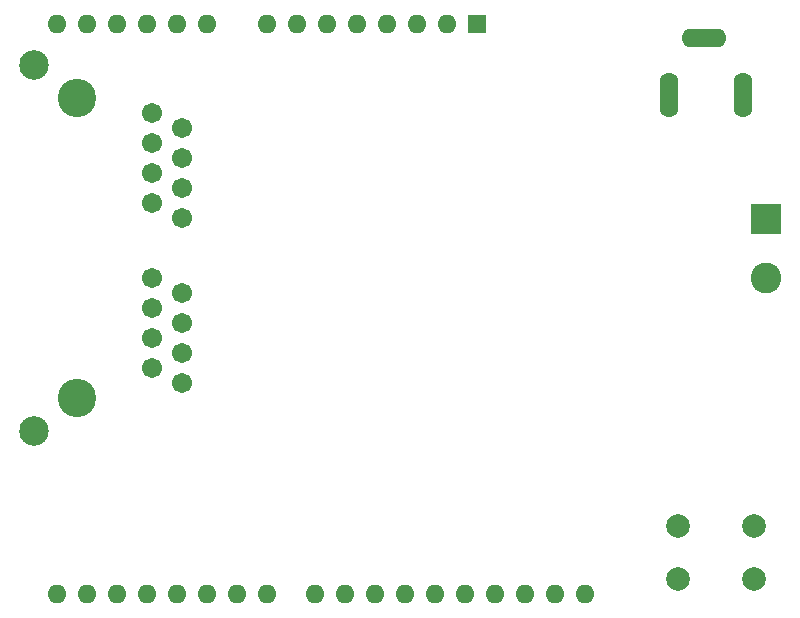
<source format=gbr>
%TF.GenerationSoftware,KiCad,Pcbnew,8.0.2*%
%TF.CreationDate,2024-05-09T00:29:11-05:00*%
%TF.ProjectId,Uno_R4_LCC_Shield,556e6f5f-5234-45f4-9c43-435f53686965,rev?*%
%TF.SameCoordinates,Original*%
%TF.FileFunction,Soldermask,Bot*%
%TF.FilePolarity,Negative*%
%FSLAX46Y46*%
G04 Gerber Fmt 4.6, Leading zero omitted, Abs format (unit mm)*
G04 Created by KiCad (PCBNEW 8.0.2) date 2024-05-09 00:29:11*
%MOMM*%
%LPD*%
G01*
G04 APERTURE LIST*
%ADD10O,1.604000X3.804000*%
%ADD11O,3.804000X1.604000*%
%ADD12C,3.250000*%
%ADD13C,1.704000*%
%ADD14C,2.504000*%
%ADD15R,2.600000X2.600000*%
%ADD16C,2.600000*%
%ADD17C,2.000000*%
%ADD18R,1.600000X1.600000*%
%ADD19O,1.600000X1.600000*%
G04 APERTURE END LIST*
D10*
%TO.C,J2*%
X153750000Y-30000000D03*
X160000000Y-30000000D03*
D11*
X156750000Y-25200000D03*
%TD*%
D12*
%TO.C,J1*%
X103680000Y-30300000D03*
X103680000Y-55700000D03*
D13*
X110030000Y-31570000D03*
X112570000Y-32840000D03*
X110030000Y-34110000D03*
X112570000Y-35380000D03*
X110030000Y-36650000D03*
X112570000Y-37920000D03*
X110030000Y-39190000D03*
X112570000Y-40460000D03*
X110030000Y-45540000D03*
X112570000Y-46810000D03*
X110030000Y-48080000D03*
X112570000Y-49350000D03*
X110030000Y-50620000D03*
X112570000Y-51890000D03*
X110030000Y-53160000D03*
X112570000Y-54430000D03*
D14*
X100000000Y-27500000D03*
X100000000Y-58500000D03*
%TD*%
D15*
%TO.C,J3*%
X162000000Y-40500000D03*
D16*
X162000000Y-45500000D03*
%TD*%
D17*
%TO.C,SW1*%
X161000000Y-71000000D03*
X154500000Y-71000000D03*
X161000000Y-66500000D03*
X154500000Y-66500000D03*
%TD*%
D18*
%TO.C,A1*%
X137500000Y-24000000D03*
D19*
X134960000Y-24000000D03*
X132420000Y-24000000D03*
X129880000Y-24000000D03*
X127340000Y-24000000D03*
X124800000Y-24000000D03*
X122260000Y-24000000D03*
X119720000Y-24000000D03*
X114640000Y-24000000D03*
X112100000Y-24000000D03*
X109560000Y-24000000D03*
X107020000Y-24000000D03*
X104480000Y-24000000D03*
X101940000Y-24000000D03*
X101940000Y-72260000D03*
X104480000Y-72260000D03*
X107020000Y-72260000D03*
X109560000Y-72260000D03*
X112100000Y-72260000D03*
X114640000Y-72260000D03*
X117180000Y-72260000D03*
X119720000Y-72260000D03*
X123780000Y-72260000D03*
X126320000Y-72260000D03*
X128860000Y-72260000D03*
X131400000Y-72260000D03*
X133940000Y-72260000D03*
X136480000Y-72260000D03*
X139020000Y-72260000D03*
X141560000Y-72260000D03*
X144100000Y-72260000D03*
X146640000Y-72260000D03*
%TD*%
M02*

</source>
